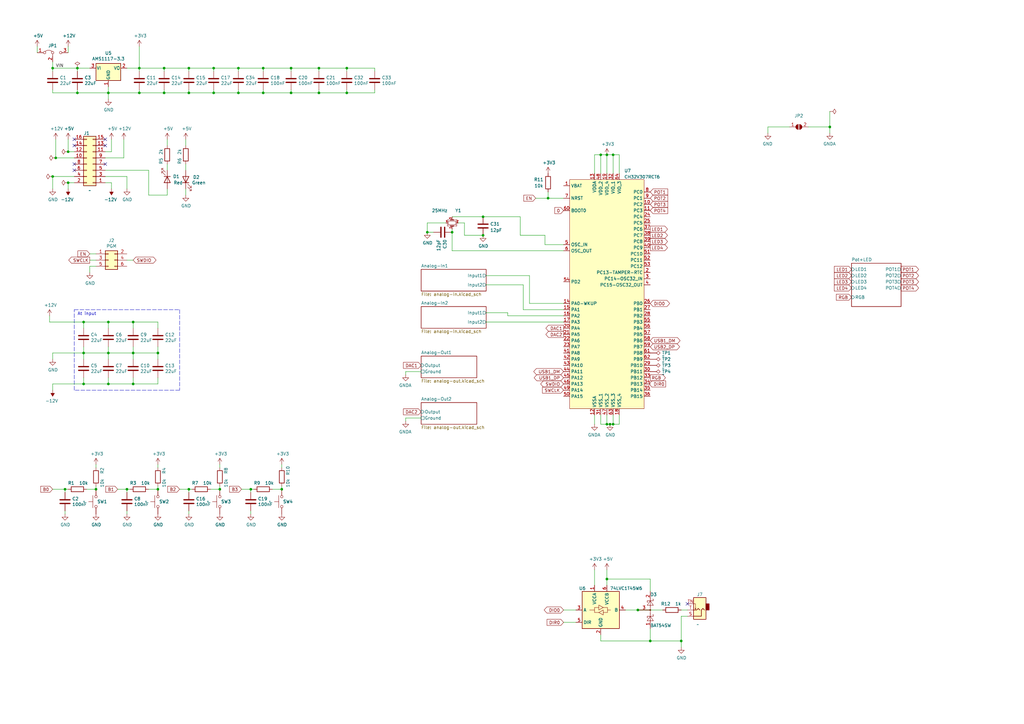
<source format=kicad_sch>
(kicad_sch (version 20211123) (generator eeschema)
  (paper "A3")
  (title_block (title "Demiurge-V") (date "2022-05-20") (rev "A") (company "Awesome Audio Apparatus") (comment 1 "aaa-v1"))
  (junction (at 31.75 38.1))
  (junction (at 54.61 132.08))
  (junction (at 107.95 27.94))
  (junction (at 198.12 88.9))
  (junction (at 34.29 144.78))
  (junction (at 67.31 27.94))
  (junction (at 57.15 27.94))
  (junction (at 248.92 173.99))
  (junction (at 39.37 200.66))
  (junction (at 67.31 38.1))
  (junction (at 102.87 200.66))
  (junction (at 21.59 72.39))
  (junction (at 224.79 81.28))
  (junction (at 107.95 38.1))
  (junction (at 64.77 144.78))
  (junction (at 77.47 27.94))
  (junction (at 248.92 63.5))
  (junction (at 119.38 27.94))
  (junction (at 21.59 27.94))
  (junction (at 130.81 27.94))
  (junction (at 97.79 27.94))
  (junction (at 27.94 74.93))
  (junction (at 266.7 262.89))
  (junction (at 279.4 262.89))
  (junction (at 119.38 38.1))
  (junction (at 44.45 132.08))
  (junction (at 248.92 237.49))
  (junction (at 251.46 173.99))
  (junction (at 250.19 173.99))
  (junction (at 198.12 96.52))
  (junction (at 246.38 63.5))
  (junction (at 130.81 38.1))
  (junction (at 54.61 157.48))
  (junction (at 340.36 52.07))
  (junction (at 64.77 200.66))
  (junction (at 77.47 200.66))
  (junction (at 87.63 27.94))
  (junction (at 31.75 27.94))
  (junction (at 185.42 95.25))
  (junction (at 44.45 157.48))
  (junction (at 34.29 132.08))
  (junction (at 27.94 62.23))
  (junction (at 115.57 200.66))
  (junction (at 251.46 63.5))
  (junction (at 142.24 27.94))
  (junction (at 90.17 200.66))
  (junction (at 44.45 38.1))
  (junction (at 52.07 200.66))
  (junction (at 22.86 64.77))
  (junction (at 261.62 250.19))
  (junction (at 44.45 144.78))
  (junction (at 26.67 200.66))
  (junction (at 57.15 38.1))
  (junction (at 77.47 38.1))
  (junction (at 142.24 38.1))
  (junction (at 87.63 38.1))
  (junction (at 54.61 144.78))
  (junction (at 34.29 157.48))
  (junction (at 175.26 95.25))
  (junction (at 97.79 38.1))
  (no_connect (at 43.18 59.69))
  (no_connect (at 30.48 57.15))
  (no_connect (at 30.48 67.31))
  (no_connect (at 281.94 247.65))
  (no_connect (at 30.48 69.85))
  (no_connect (at 30.48 59.69))
  (no_connect (at 43.18 67.31))
  (no_connect (at 43.18 57.15))
  (wire (pts (xy 246.38 262.89) (xy 266.7 262.89)))
  (wire (pts (xy 44.45 147.32) (xy 44.45 144.78)))
  (wire (pts (xy 39.37 200.66) (xy 39.37 199.39)))
  (wire (pts (xy 281.94 252.73) (xy 279.4 252.73)))
  (wire (pts (xy 266.7 237.49) (xy 248.92 237.49)))
  (wire (pts (xy 251.46 63.5) (xy 251.46 71.12)))
  (wire (pts (xy 214.63 116.84) (xy 214.63 127)))
  (wire (pts (xy 15.24 21.59) (xy 15.24 19.05)))
  (wire (pts (xy 208.28 128.27) (xy 208.28 129.54)))
  (wire (pts (xy 57.15 19.05) (xy 57.15 27.94)))
  (wire (pts (xy 246.38 170.18) (xy 246.38 173.99)))
  (wire (pts (xy 31.75 36.83) (xy 31.75 38.1)))
  (wire (pts (xy 43.18 69.85) (xy 60.96 69.85)))
  (wire (pts (xy 21.59 27.94) (xy 21.59 29.21)))
  (wire (pts (xy 44.45 38.1) (xy 57.15 38.1)))
  (wire (pts (xy 22.86 64.77) (xy 22.86 57.15)))
  (wire (pts (xy 57.15 38.1) (xy 57.15 36.83)))
  (wire (pts (xy 97.79 38.1) (xy 107.95 38.1)))
  (wire (pts (xy 64.77 200.66) (xy 60.96 200.66)))
  (wire (pts (xy 77.47 200.66) (xy 73.66 200.66)))
  (wire (pts (xy 130.81 36.83) (xy 130.81 38.1)))
  (wire (pts (xy 331.47 52.07) (xy 340.36 52.07)))
  (wire (pts (xy 175.26 91.44) (xy 175.26 95.25)))
  (wire (pts (xy 57.15 38.1) (xy 67.31 38.1)))
  (wire (pts (xy 43.18 72.39) (xy 52.07 72.39)))
  (wire (pts (xy 27.94 74.93) (xy 27.94 77.47)))
  (wire (pts (xy 21.59 160.02) (xy 21.59 157.48)))
  (wire (pts (xy 20.32 129.54) (xy 20.32 132.08)))
  (wire (pts (xy 34.29 134.62) (xy 34.29 132.08)))
  (wire (pts (xy 27.94 21.59) (xy 27.94 19.05)))
  (wire (pts (xy 39.37 109.22) (xy 36.83 109.22)))
  (wire (pts (xy 39.37 106.68) (xy 36.83 106.68)))
  (wire (pts (xy 187.96 91.44) (xy 190.5 91.44)))
  (wire (pts (xy 107.95 38.1) (xy 107.95 36.83)))
  (wire (pts (xy 199.39 113.03) (xy 217.17 113.03)))
  (wire (pts (xy 175.26 95.25) (xy 177.8 95.25)))
  (wire (pts (xy 223.52 96.52) (xy 213.36 96.52)))
  (wire (pts (xy 67.31 38.1) (xy 77.47 38.1)))
  (wire (pts (xy 115.57 200.66) (xy 111.76 200.66)))
  (wire (pts (xy 153.67 38.1) (xy 142.24 38.1)))
  (wire (pts (xy 185.42 95.25) (xy 185.42 102.87)))
  (wire (pts (xy 246.38 173.99) (xy 248.92 173.99)))
  (wire (pts (xy 199.39 128.27) (xy 208.28 128.27)))
  (wire (pts (xy 142.24 29.21) (xy 142.24 27.94)))
  (wire (pts (xy 246.38 260.35) (xy 246.38 262.89)))
  (wire (pts (xy 44.45 154.94) (xy 44.45 157.48)))
  (wire (pts (xy 90.17 190.5) (xy 90.17 191.77)))
  (wire (pts (xy 44.45 38.1) (xy 44.45 40.64)))
  (wire (pts (xy 231.14 250.19) (xy 236.22 250.19)))
  (wire (pts (xy 130.81 27.94) (xy 130.81 29.21)))
  (wire (pts (xy 261.62 250.19) (xy 271.78 250.19)))
  (wire (pts (xy 44.45 144.78) (xy 54.61 144.78)))
  (wire (pts (xy 52.07 72.39) (xy 52.07 77.47)))
  (wire (pts (xy 87.63 36.83) (xy 87.63 38.1)))
  (wire (pts (xy 87.63 38.1) (xy 97.79 38.1)))
  (wire (pts (xy 78.74 200.66) (xy 77.47 200.66)))
  (wire (pts (xy 217.17 124.46) (xy 231.14 124.46)))
  (wire (pts (xy 54.61 157.48) (xy 64.77 157.48)))
  (polyline (pts (xy 73.66 127) (xy 73.66 160.02)))
  (wire (pts (xy 104.14 200.66) (xy 102.87 200.66)))
  (wire (pts (xy 266.7 257.81) (xy 266.7 262.89)))
  (wire (pts (xy 246.38 71.12) (xy 246.38 63.5)))
  (wire (pts (xy 26.67 209.55) (xy 26.67 210.82)))
  (wire (pts (xy 76.2 77.47) (xy 76.2 80.01)))
  (wire (pts (xy 54.61 106.68) (xy 52.07 106.68)))
  (wire (pts (xy 97.79 27.94) (xy 107.95 27.94)))
  (wire (pts (xy 213.36 88.9) (xy 213.36 96.52)))
  (wire (pts (xy 34.29 154.94) (xy 34.29 157.48)))
  (wire (pts (xy 43.18 62.23) (xy 45.72 62.23)))
  (wire (pts (xy 44.45 134.62) (xy 44.45 132.08)))
  (wire (pts (xy 130.81 27.94) (xy 142.24 27.94)))
  (wire (pts (xy 254 71.12) (xy 254 63.5)))
  (wire (pts (xy 166.37 152.4) (xy 172.72 152.4)))
  (wire (pts (xy 198.12 88.9) (xy 213.36 88.9)))
  (wire (pts (xy 256.54 250.19) (xy 261.62 250.19)))
  (wire (pts (xy 36.83 109.22) (xy 36.83 111.76)))
  (wire (pts (xy 224.79 81.28) (xy 231.14 81.28)))
  (wire (pts (xy 21.59 72.39) (xy 21.59 77.47)))
  (wire (pts (xy 142.24 38.1) (xy 130.81 38.1)))
  (wire (pts (xy 166.37 153.67) (xy 166.37 152.4)))
  (wire (pts (xy 251.46 173.99) (xy 254 173.99)))
  (wire (pts (xy 279.4 250.19) (xy 281.94 250.19)))
  (wire (pts (xy 20.32 132.08) (xy 34.29 132.08)))
  (wire (pts (xy 60.96 69.85) (xy 60.96 80.01)))
  (wire (pts (xy 34.29 132.08) (xy 44.45 132.08)))
  (wire (pts (xy 266.7 237.49) (xy 266.7 242.57)))
  (wire (pts (xy 67.31 36.83) (xy 67.31 38.1)))
  (wire (pts (xy 57.15 27.94) (xy 57.15 29.21)))
  (wire (pts (xy 64.77 157.48) (xy 64.77 154.94)))
  (wire (pts (xy 60.96 80.01) (xy 68.58 80.01)))
  (wire (pts (xy 30.48 74.93) (xy 27.94 74.93)))
  (wire (pts (xy 248.92 173.99) (xy 250.19 173.99)))
  (wire (pts (xy 31.75 27.94) (xy 31.75 29.21)))
  (wire (pts (xy 64.77 190.5) (xy 64.77 191.77)))
  (wire (pts (xy 254 170.18) (xy 254 173.99)))
  (wire (pts (xy 54.61 132.08) (xy 64.77 132.08)))
  (wire (pts (xy 21.59 36.83) (xy 21.59 38.1)))
  (wire (pts (xy 77.47 27.94) (xy 87.63 27.94)))
  (wire (pts (xy 31.75 38.1) (xy 44.45 38.1)))
  (wire (pts (xy 77.47 29.21) (xy 77.47 27.94)))
  (wire (pts (xy 219.71 81.28) (xy 224.79 81.28)))
  (wire (pts (xy 314.96 52.07) (xy 314.96 54.61)))
  (wire (pts (xy 43.18 64.77) (xy 50.8 64.77)))
  (wire (pts (xy 26.67 200.66) (xy 26.67 201.93)))
  (wire (pts (xy 39.37 190.5) (xy 39.37 191.77)))
  (wire (pts (xy 36.83 104.14) (xy 39.37 104.14)))
  (wire (pts (xy 77.47 201.93) (xy 77.47 200.66)))
  (wire (pts (xy 21.59 38.1) (xy 31.75 38.1)))
  (wire (pts (xy 22.86 64.77) (xy 30.48 64.77)))
  (wire (pts (xy 45.72 62.23) (xy 45.72 57.15)))
  (wire (pts (xy 34.29 157.48) (xy 44.45 157.48)))
  (wire (pts (xy 190.5 96.52) (xy 198.12 96.52)))
  (wire (pts (xy 243.84 63.5) (xy 246.38 63.5)))
  (wire (pts (xy 175.26 91.44) (xy 182.88 91.44)))
  (wire (pts (xy 119.38 27.94) (xy 130.81 27.94)))
  (wire (pts (xy 64.77 144.78) (xy 64.77 142.24)))
  (wire (pts (xy 185.42 93.98) (xy 185.42 95.25)))
  (wire (pts (xy 248.92 170.18) (xy 248.92 173.99)))
  (wire (pts (xy 185.42 88.9) (xy 198.12 88.9)))
  (wire (pts (xy 76.2 69.85) (xy 76.2 67.31)))
  (wire (pts (xy 254 63.5) (xy 251.46 63.5)))
  (wire (pts (xy 44.45 157.48) (xy 54.61 157.48)))
  (wire (pts (xy 34.29 144.78) (xy 44.45 144.78)))
  (wire (pts (xy 27.94 200.66) (xy 26.67 200.66)))
  (wire (pts (xy 166.37 171.45) (xy 172.72 171.45)))
  (wire (pts (xy 119.38 38.1) (xy 107.95 38.1)))
  (wire (pts (xy 54.61 142.24) (xy 54.61 144.78)))
  (wire (pts (xy 199.39 116.84) (xy 214.63 116.84)))
  (wire (pts (xy 77.47 36.83) (xy 77.47 38.1)))
  (wire (pts (xy 102.87 209.55) (xy 102.87 210.82)))
  (polyline (pts (xy 30.48 160.02) (xy 30.48 127)))
  (wire (pts (xy 54.61 134.62) (xy 54.61 132.08)))
  (wire (pts (xy 27.94 62.23) (xy 27.94 57.15)))
  (wire (pts (xy 35.56 200.66) (xy 39.37 200.66)))
  (wire (pts (xy 31.75 27.94) (xy 21.59 27.94)))
  (wire (pts (xy 77.47 209.55) (xy 77.47 210.82)))
  (wire (pts (xy 217.17 113.03) (xy 217.17 124.46)))
  (wire (pts (xy 77.47 38.1) (xy 87.63 38.1)))
  (wire (pts (xy 248.92 63.5) (xy 248.92 71.12)))
  (wire (pts (xy 97.79 29.21) (xy 97.79 27.94)))
  (wire (pts (xy 87.63 27.94) (xy 97.79 27.94)))
  (wire (pts (xy 243.84 170.18) (xy 243.84 173.99)))
  (wire (pts (xy 21.59 27.94) (xy 21.59 25.4)))
  (wire (pts (xy 21.59 72.39) (xy 30.48 72.39)))
  (wire (pts (xy 54.61 147.32) (xy 54.61 144.78)))
  (wire (pts (xy 107.95 27.94) (xy 107.95 29.21)))
  (wire (pts (xy 279.4 262.89) (xy 279.4 265.43)))
  (wire (pts (xy 43.18 74.93) (xy 45.72 74.93)))
  (wire (pts (xy 50.8 64.77) (xy 50.8 57.15)))
  (wire (pts (xy 246.38 63.5) (xy 248.92 63.5)))
  (wire (pts (xy 52.07 200.66) (xy 48.26 200.66)))
  (wire (pts (xy 21.59 200.66) (xy 26.67 200.66)))
  (wire (pts (xy 52.07 201.93) (xy 52.07 200.66)))
  (wire (pts (xy 223.52 100.33) (xy 223.52 96.52)))
  (wire (pts (xy 64.77 132.08) (xy 64.77 134.62)))
  (wire (pts (xy 323.85 52.07) (xy 314.96 52.07)))
  (wire (pts (xy 68.58 57.15) (xy 68.58 59.69)))
  (wire (pts (xy 199.39 132.08) (xy 231.14 132.08)))
  (wire (pts (xy 208.28 129.54) (xy 231.14 129.54)))
  (wire (pts (xy 64.77 144.78) (xy 64.77 147.32)))
  (wire (pts (xy 130.81 38.1) (xy 119.38 38.1)))
  (wire (pts (xy 90.17 200.66) (xy 90.17 199.39)))
  (wire (pts (xy 53.34 200.66) (xy 52.07 200.66)))
  (wire (pts (xy 44.45 132.08) (xy 54.61 132.08)))
  (wire (pts (xy 166.37 172.72) (xy 166.37 171.45)))
  (wire (pts (xy 102.87 200.66) (xy 99.06 200.66)))
  (wire (pts (xy 86.36 200.66) (xy 90.17 200.66)))
  (wire (pts (xy 64.77 199.39) (xy 64.77 200.66)))
  (wire (pts (xy 243.84 233.68) (xy 243.84 240.03)))
  (wire (pts (xy 190.5 91.44) (xy 190.5 96.52)))
  (wire (pts (xy 231.14 255.27) (xy 236.22 255.27)))
  (wire (pts (xy 115.57 199.39) (xy 115.57 200.66)))
  (wire (pts (xy 115.57 190.5) (xy 115.57 191.77)))
  (wire (pts (xy 34.29 142.24) (xy 34.29 144.78)))
  (wire (pts (xy 231.14 100.33) (xy 223.52 100.33)))
  (wire (pts (xy 76.2 59.69) (xy 76.2 57.15)))
  (wire (pts (xy 67.31 29.21) (xy 67.31 27.94)))
  (wire (pts (xy 44.45 35.56) (xy 44.45 38.1)))
  (wire (pts (xy 34.29 147.32) (xy 34.29 144.78)))
  (wire (pts (xy 142.24 36.83) (xy 142.24 38.1)))
  (wire (pts (xy 248.92 233.68) (xy 248.92 237.49)))
  (wire (pts (xy 224.79 81.28) (xy 224.79 78.74)))
  (wire (pts (xy 251.46 170.18) (xy 251.46 173.99)))
  (wire (pts (xy 266.7 262.89) (xy 279.4 262.89)))
  (wire (pts (xy 102.87 201.93) (xy 102.87 200.66)))
  (wire (pts (xy 153.67 27.94) (xy 153.67 29.21)))
  (wire (pts (xy 250.19 173.99) (xy 251.46 173.99)))
  (wire (pts (xy 185.42 102.87) (xy 231.14 102.87)))
  (wire (pts (xy 21.59 157.48) (xy 34.29 157.48)))
  (wire (pts (xy 45.72 74.93) (xy 45.72 77.47)))
  (wire (pts (xy 248.92 237.49) (xy 248.92 240.03)))
  (wire (pts (xy 67.31 27.94) (xy 77.47 27.94)))
  (wire (pts (xy 30.48 62.23) (xy 27.94 62.23)))
  (wire (pts (xy 31.75 27.94) (xy 36.83 27.94)))
  (wire (pts (xy 52.07 209.55) (xy 52.07 210.82)))
  (wire (pts (xy 87.63 29.21) (xy 87.63 27.94)))
  (wire (pts (xy 21.59 144.78) (xy 34.29 144.78)))
  (wire (pts (xy 44.45 142.24) (xy 44.45 144.78)))
  (wire (pts (xy 54.61 154.94) (xy 54.61 157.48)))
  (wire (pts (xy 142.24 27.94) (xy 153.67 27.94)))
  (wire (pts (xy 107.95 27.94) (xy 119.38 27.94)))
  (wire (pts (xy 279.4 252.73) (xy 279.4 262.89)))
  (wire (pts (xy 119.38 36.83) (xy 119.38 38.1)))
  (wire (pts (xy 97.79 36.83) (xy 97.79 38.1)))
  (polyline (pts (xy 73.66 160.02) (xy 30.48 160.02)))
  (wire (pts (xy 153.67 36.83) (xy 153.67 38.1)))
  (wire (pts (xy 243.84 71.12) (xy 243.84 63.5)))
  (wire (pts (xy 248.92 63.5) (xy 251.46 63.5)))
  (wire (pts (xy 54.61 144.78) (xy 64.77 144.78)))
  (wire (pts (xy 119.38 29.21) (xy 119.38 27.94)))
  (wire (pts (xy 68.58 69.85) (xy 68.58 67.31)))
  (wire (pts (xy 68.58 80.01) (xy 68.58 77.47)))
  (wire (pts (xy 340.36 45.72) (xy 340.36 52.07)))
  (polyline (pts (xy 30.48 127) (xy 73.66 127)))
  (wire (pts (xy 52.07 27.94) (xy 57.15 27.94)))
  (wire (pts (xy 57.15 27.94) (xy 67.31 27.94)))
  (wire (pts (xy 21.59 147.32) (xy 21.59 144.78)))
  (wire (pts (xy 340.36 52.07) (xy 340.36 54.61)))
  (wire (pts (xy 214.63 127) (xy 231.14 127)))
  (text "At input" (at 31.75 129.54 0) (effects (font (size 1.27 1.27)) (justify left bottom)))
  (label "VIN" (at 22.86 27.94 0))
  (global_label "B1" (shape input) (at 48.26 200.66 180) (property "Intersheet References" "${INTERSHEET_REFS}" (effects hide)))
  (global_label "DIR0" (shape output) (at 273.05 157.48 180) (property "Intersheet References" "${INTERSHEET_REFS}" (effects hide)))
  (global_label "EN" (shape input) (at 219.71 81.28 180) (property "Intersheet References" "${INTERSHEET_REFS}" (effects hide)))
  (global_label "DIR0" (shape input) (at 231.14 255.27 180) (property "Intersheet References" "${INTERSHEET_REFS}" (effects hide)))
  (global_label "EN" (shape input) (at 36.83 104.14 180) (property "Intersheet References" "${INTERSHEET_REFS}" (effects hide)))
  (global_label "POT3" (shape input) (at 266.7 83.82 0) (property "Intersheet References" "${INTERSHEET_REFS}" (effects hide)))
  (global_label "POT4" (shape output) (at 369.57 118.11 0) (property "Intersheet References" "${INTERSHEET_REFS}" (effects hide)))
  (global_label "POT2" (shape input) (at 266.7 81.28 0) (property "Intersheet References" "${INTERSHEET_REFS}" (effects hide)))
  (global_label "POT1" (shape input) (at 266.7 78.74 0) (property "Intersheet References" "${INTERSHEET_REFS}" (effects hide)))
  (global_label "RGB" (shape input) (at 349.25 121.92 180) (property "Intersheet References" "${INTERSHEET_REFS}" (effects hide)))
  (global_label "USB2_DP" (shape bidirectional) (at 266.7 142.24 0) (property "Intersheet References" "${INTERSHEET_REFS}" (effects hide)))
  (global_label "DAC1" (shape output) (at 231.14 134.62 180) (property "Intersheet References" "${INTERSHEET_REFS}" (effects hide)))
  (global_label "LED1" (shape output) (at 266.7 93.98 0) (property "Intersheet References" "${INTERSHEET_REFS}" (effects hide)))
  (global_label "USB1_DM" (shape bidirectional) (at 231.14 152.4 180) (property "Intersheet References" "${INTERSHEET_REFS}" (effects hide)))
  (global_label "SWDIO" (shape bidirectional) (at 54.61 106.68 0) (property "Intersheet References" "${INTERSHEET_REFS}" (effects hide)))
  (global_label "SWCLK" (shape output) (at 36.83 106.68 180) (property "Intersheet References" "${INTERSHEET_REFS}" (effects hide)))
  (global_label "SWCLK" (shape input) (at 231.14 160.02 180) (property "Intersheet References" "${INTERSHEET_REFS}" (effects hide)))
  (global_label "B3" (shape input) (at 99.06 200.66 180) (property "Intersheet References" "${INTERSHEET_REFS}" (effects hide)))
  (global_label "B0" (shape input) (at 21.59 200.66 180) (property "Intersheet References" "${INTERSHEET_REFS}" (effects hide)))
  (global_label "LED3" (shape output) (at 266.7 99.06 0) (property "Intersheet References" "${INTERSHEET_REFS}" (effects hide)))
  (global_label "LED4" (shape input) (at 349.25 118.11 180) (property "Intersheet References" "${INTERSHEET_REFS}" (effects hide)))
  (global_label "USB1_DP" (shape bidirectional) (at 231.14 154.94 180) (property "Intersheet References" "${INTERSHEET_REFS}" (effects hide)))
  (global_label "DAC1" (shape input) (at 172.72 149.86 180) (property "Intersheet References" "${INTERSHEET_REFS}" (effects hide)))
  (global_label "0" (shape input) (at 231.14 86.36 180) (property "Intersheet References" "${INTERSHEET_REFS}" (effects hide)))
  (global_label "LED1" (shape input) (at 349.25 110.49 180) (property "Intersheet References" "${INTERSHEET_REFS}" (effects hide)))
  (global_label "DIO0" (shape bidirectional) (at 231.14 250.19 180) (property "Intersheet References" "${INTERSHEET_REFS}" (effects hide)))
  (global_label "SWDIO" (shape bidirectional) (at 231.14 157.48 180) (property "Intersheet References" "${INTERSHEET_REFS}" (effects hide)))
  (global_label "LED2" (shape input) (at 349.25 113.03 180) (property "Intersheet References" "${INTERSHEET_REFS}" (effects hide)))
  (global_label "POT4" (shape input) (at 266.7 86.36 0) (property "Intersheet References" "${INTERSHEET_REFS}" (effects hide)))
  (global_label "LED3" (shape input) (at 349.25 115.57 180) (property "Intersheet References" "${INTERSHEET_REFS}" (effects hide)))
  (global_label "RGB" (shape output) (at 266.7 154.94 0) (property "Intersheet References" "${INTERSHEET_REFS}" (effects hide)))
  (global_label "POT1" (shape output) (at 369.57 110.49 0) (property "Intersheet References" "${INTERSHEET_REFS}" (effects hide)))
  (global_label "POT2" (shape output) (at 369.57 113.03 0) (property "Intersheet References" "${INTERSHEET_REFS}" (effects hide)))
  (global_label "DAC2" (shape output) (at 231.14 137.16 180) (property "Intersheet References" "${INTERSHEET_REFS}" (effects hide)))
  (global_label "DAC2" (shape input) (at 172.72 168.91 180) (property "Intersheet References" "${INTERSHEET_REFS}" (effects hide)))
  (global_label "POT3" (shape output) (at 369.57 115.57 0) (property "Intersheet References" "${INTERSHEET_REFS}" (effects hide)))
  (global_label "DIO0" (shape bidirectional) (at 266.7 124.46 0) (property "Intersheet References" "${INTERSHEET_REFS}" (effects hide)))
  (global_label "LED4" (shape output) (at 266.7 101.6 0) (property "Intersheet References" "${INTERSHEET_REFS}" (effects hide)))
  (global_label "LED2" (shape output) (at 266.7 96.52 0) (property "Intersheet References" "${INTERSHEET_REFS}" (effects hide)))
  (global_label "USB1_DM" (shape bidirectional) (at 266.7 139.7 0) (property "Intersheet References" "${INTERSHEET_REFS}" (effects hide)))
  (global_label "B2" (shape input) (at 73.66 200.66 180) (property "Intersheet References" "${INTERSHEET_REFS}" (effects hide)))
  (symbol (lib_id "Connector_Generic:Conn_02x08_Odd_Even") (at 38.1 67.31 180) (unit 1)
    (property "Reference" "J1" (at 35.56 54.61 0))
    (property "Value" "~" (at 36.83 78.1304 0))
    (property "Footprint" "Connector_PinHeader_2.54mm:PinHeader_2x08_P2.54mm_Vertical" (effects hide))
  )
  (symbol (lib_id "Regulator_Linear:AMS1117-3.3") (at 44.45 27.94 0) (unit 1)
    (property "Reference" "U5" (at 44.45 21.7932 0))
    (property "Value" "AMS1117-3.3" (at 44.45 24.1046 0))
    (property "Footprint" "Package_TO_SOT_SMD:SOT-223-3_TabPin2" (effects hide))
    (property "Datasheet" "http://www.advanced-monolithic.com/pdf/ds1117.pdf" (effects hide))
    (property "LCSC" "C6186" (effects hide))
  )
  (symbol (lib_id "power:GND") (at 44.45 40.64 0) (unit 1)
    (property "Reference" "#PWR014" (effects hide))
    (property "Value" "GND" (at 44.577 45.0342 0))
  )
  (symbol (lib_id "power:+3V3") (at 57.15 19.05 0) (unit 1)
    (property "Reference" "#PWR020" (effects hide))
    (property "Value" "+3V3" (at 57.531 14.6558 0))
  )
  (symbol (lib_id "Device:C") (at 107.95 33.02 0) (unit 1)
    (property "Reference" "C18" (at 110.871 31.8516 0) (effects (justify left)))
    (property "Value" "100nF" (at 110.871 34.163 0) (effects (justify left)))
    (property "Footprint" "Capacitor_SMD:C_0603_1608Metric" (effects hide))
    (property "LCSC" "C14663" (effects hide))
  )
  (symbol (lib_id "Device:LED") (at 76.2 73.66 90) (unit 1)
    (property "Reference" "D2" (at 79.1718 72.6694 90) (effects (justify right)))
    (property "Value" "Green" (at 78.74 74.93 90) (effects (justify right)))
    (property "Footprint" "LED_SMD:LED_0603_1608Metric" (effects hide))
    (property "LCSC" "C72043" (effects hide))
  )
  (symbol (lib_id "Switch:SW_Push") (at 39.37 205.74 90) (unit 1)
    (property "Reference" "SW1" (at 41.91 205.74 90))
    (property "Value" "~" (at 34.4424 205.74 0))
    (property "Footprint" "Button_Switch_THT:SW_PUSH_6mm_H8mm" (effects hide))
  )
  (symbol (lib_id "Switch:SW_Push") (at 64.77 205.74 90) (unit 1)
    (property "Reference" "SW2" (at 67.31 205.74 90))
    (property "Value" "~" (at 59.8424 205.74 0))
    (property "Footprint" "Button_Switch_THT:SW_PUSH_6mm_H8mm" (effects hide))
  )
  (symbol (lib_id "Switch:SW_Push") (at 90.17 205.74 90) (unit 1)
    (property "Reference" "SW3" (at 92.71 205.74 90))
    (property "Value" "~" (at 85.2424 205.74 0))
    (property "Footprint" "Button_Switch_THT:SW_PUSH_6mm_H8mm" (effects hide))
  )
  (symbol (lib_id "Switch:SW_Push") (at 115.57 205.74 90) (unit 1)
    (property "Reference" "SW4" (at 118.11 205.74 90))
    (property "Value" "~" (at 110.6424 205.74 0))
    (property "Footprint" "Button_Switch_THT:SW_PUSH_6mm_H8mm" (effects hide))
  )
  (symbol (lib_id "Device:C") (at 26.67 205.74 0) (unit 1)
    (property "Reference" "C2" (at 29.591 204.5716 0) (effects (justify left)))
    (property "Value" "100nF" (at 29.591 206.883 0) (effects (justify left)))
    (property "Footprint" "Capacitor_SMD:C_0603_1608Metric" (effects hide))
    (property "LCSC" "C14663" (effects hide))
  )
  (symbol (lib_id "Device:R") (at 31.75 200.66 270) (unit 1)
    (property "Reference" "R1" (at 29.21 198.12 90))
    (property "Value" "10k" (at 34.29 198.12 90))
    (property "Footprint" "Resistor_SMD:R_0603_1608Metric" (effects hide))
    (property "LCSC" "C25804" (effects hide))
  )
  (symbol (lib_id "Device:R") (at 39.37 195.58 180) (unit 1)
    (property "Reference" "R2" (at 41.91 193.04 90))
    (property "Value" "10k" (at 41.91 198.12 90))
    (property "Footprint" "Resistor_SMD:R_0603_1608Metric" (effects hide))
    (property "LCSC" "C25804" (effects hide))
  )
  (symbol (lib_id "power:+3V3") (at 39.37 190.5 0) (unit 1)
    (property "Reference" "#PWR012" (effects hide))
    (property "Value" "+3V3" (at 39.751 186.1058 0))
  )
  (symbol (lib_id "power:GND") (at 26.67 210.82 0) (unit 1)
    (property "Reference" "#PWR07" (effects hide))
    (property "Value" "GND" (at 26.797 215.2142 0))
  )
  (symbol (lib_id "power:GND") (at 39.37 210.82 0) (unit 1)
    (property "Reference" "#PWR013" (effects hide))
    (property "Value" "GND" (at 39.497 215.2142 0))
  )
  (symbol (lib_id "Device:R") (at 64.77 195.58 180) (unit 1)
    (property "Reference" "R4" (at 67.31 193.04 90))
    (property "Value" "10k" (at 67.31 198.12 90))
    (property "Footprint" "Resistor_SMD:R_0603_1608Metric" (effects hide))
    (property "LCSC" "C25804" (effects hide))
  )
  (symbol (lib_id "power:+3V3") (at 64.77 190.5 0) (unit 1)
    (property "Reference" "#PWR021" (effects hide))
    (property "Value" "+3V3" (at 65.151 186.1058 0))
  )
  (symbol (lib_id "Device:R") (at 57.15 200.66 270) (unit 1)
    (property "Reference" "R3" (at 54.61 198.12 90))
    (property "Value" "10k" (at 59.69 198.12 90))
    (property "Footprint" "Resistor_SMD:R_0603_1608Metric" (effects hide))
    (property "LCSC" "C25804" (effects hide))
  )
  (symbol (lib_id "Device:C") (at 52.07 205.74 0) (unit 1)
    (property "Reference" "C8" (at 54.991 204.5716 0) (effects (justify left)))
    (property "Value" "100nF" (at 54.991 206.883 0) (effects (justify left)))
    (property "Footprint" "Capacitor_SMD:C_0603_1608Metric" (effects hide))
    (property "LCSC" "C14663" (effects hide))
  )
  (symbol (lib_id "power:GND") (at 52.07 210.82 0) (unit 1)
    (property "Reference" "#PWR019" (effects hide))
    (property "Value" "GND" (at 52.197 215.2142 0))
  )
  (symbol (lib_id "power:GND") (at 64.77 210.82 0) (unit 1)
    (property "Reference" "#PWR022" (effects hide))
    (property "Value" "GND" (at 64.897 215.2142 0))
  )
  (symbol (lib_id "Device:R") (at 90.17 195.58 180) (unit 1)
    (property "Reference" "R8" (at 92.71 193.04 90))
    (property "Value" "10k" (at 92.71 198.12 90))
    (property "Footprint" "Resistor_SMD:R_0603_1608Metric" (effects hide))
    (property "LCSC" "C25804" (effects hide))
  )
  (symbol (lib_id "Device:R") (at 82.55 200.66 270) (unit 1)
    (property "Reference" "R7" (at 80.01 198.12 90))
    (property "Value" "10k" (at 85.09 198.12 90))
    (property "Footprint" "Resistor_SMD:R_0603_1608Metric" (effects hide))
    (property "LCSC" "C25804" (effects hide))
  )
  (symbol (lib_id "Device:C") (at 77.47 205.74 0) (unit 1)
    (property "Reference" "C16" (at 80.391 204.5716 0) (effects (justify left)))
    (property "Value" "100nF" (at 80.391 206.883 0) (effects (justify left)))
    (property "Footprint" "Capacitor_SMD:C_0603_1608Metric" (effects hide))
    (property "LCSC" "C14663" (effects hide))
  )
  (symbol (lib_id "power:GND") (at 90.17 210.82 0) (unit 1)
    (property "Reference" "#PWR028" (effects hide))
    (property "Value" "GND" (at 90.297 215.2142 0))
  )
  (symbol (lib_id "power:GND") (at 77.47 210.82 0) (unit 1)
    (property "Reference" "#PWR026" (effects hide))
    (property "Value" "GND" (at 77.597 215.2142 0))
  )
  (symbol (lib_id "power:+3V3") (at 90.17 190.5 0) (unit 1)
    (property "Reference" "#PWR027" (effects hide))
    (property "Value" "+3V3" (at 90.551 186.1058 0))
  )
  (symbol (lib_id "Device:R") (at 115.57 195.58 180) (unit 1)
    (property "Reference" "R10" (at 118.11 193.04 90))
    (property "Value" "10k" (at 118.11 198.12 90))
    (property "Footprint" "Resistor_SMD:R_0603_1608Metric" (effects hide))
    (property "LCSC" "C25804" (effects hide))
  )
  (symbol (lib_id "Device:R") (at 107.95 200.66 270) (unit 1)
    (property "Reference" "R9" (at 105.41 198.12 90))
    (property "Value" "10k" (at 110.49 198.12 90))
    (property "Footprint" "Resistor_SMD:R_0603_1608Metric" (effects hide))
    (property "LCSC" "C25804" (effects hide))
  )
  (symbol (lib_id "Device:C") (at 102.87 205.74 0) (unit 1)
    (property "Reference" "C19" (at 105.791 204.5716 0) (effects (justify left)))
    (property "Value" "100nF" (at 105.791 206.883 0) (effects (justify left)))
    (property "Footprint" "Capacitor_SMD:C_0603_1608Metric" (effects hide))
    (property "LCSC" "C14663" (effects hide))
  )
  (symbol (lib_id "power:GND") (at 115.57 210.82 0) (unit 1)
    (property "Reference" "#PWR031" (effects hide))
    (property "Value" "GND" (at 115.697 215.2142 0))
  )
  (symbol (lib_id "power:GND") (at 102.87 210.82 0) (unit 1)
    (property "Reference" "#PWR029" (effects hide))
    (property "Value" "GND" (at 102.997 215.2142 0))
  )
  (symbol (lib_id "power:+3V3") (at 115.57 190.5 0) (unit 1)
    (property "Reference" "#PWR030" (effects hide))
    (property "Value" "+3V3" (at 115.951 186.1058 0))
  )
  (symbol (lib_id "Connector:AudioJack2_SwitchT") (at 287.02 250.19 180) (unit 1)
    (property "Reference" "J7" (at 287.02 243.84 0))
    (property "Value" "~" (at 286.2072 256.1336 0))
    (property "Footprint" "aaa:PJ301M-12" (effects hide))
  )
  (symbol (lib_id "power:GND") (at 314.96 54.61 0) (mirror y) (unit 1)
    (property "Reference" "#PWR041" (effects hide))
    (property "Value" "GND" (at 314.833 59.0042 0))
  )
  (symbol (lib_id "power:GNDA") (at 340.36 54.61 0) (mirror y) (unit 1)
    (property "Reference" "#PWR042" (effects hide))
    (property "Value" "GNDA" (at 340.233 59.0042 0))
  )
  (symbol (lib_id "Device:R") (at 224.79 74.93 0) (unit 1)
    (property "Reference" "R11" (at 220.98 73.66 0))
    (property "Value" "10k" (at 220.98 76.2 0))
    (property "Footprint" "Resistor_SMD:R_0603_1608Metric" (effects hide))
    (property "LCSC" "C25804" (effects hide))
  )
  (symbol (lib_id "Device:R") (at 76.2 63.5 0) (unit 1)
    (property "Reference" "R6" (at 73.66 66.04 90))
    (property "Value" "2k" (at 73.66 62.23 90))
    (property "Footprint" "Resistor_SMD:R_0603_1608Metric" (effects hide))
    (property "LCSC" "C22975" (effects hide))
  )
  (symbol (lib_id "Device:R") (at 68.58 63.5 0) (unit 1)
    (property "Reference" "R5" (at 66.04 66.04 90))
    (property "Value" "2k" (at 66.04 62.23 90))
    (property "Footprint" "Resistor_SMD:R_0603_1608Metric" (effects hide))
    (property "LCSC" "C22975" (effects hide))
  )
  (symbol (lib_id "power:-12V") (at 27.94 77.47 180) (unit 1)
    (property "Reference" "#PWR010" (effects hide))
    (property "Value" "-12V" (at 27.559 81.8642 0))
  )
  (symbol (lib_id "power:-12V") (at 45.72 77.47 180) (unit 1)
    (property "Reference" "#PWR016" (effects hide))
    (property "Value" "-12V" (at 45.339 81.8642 0))
  )
  (symbol (lib_id "power:GND") (at 21.59 77.47 0) (unit 1)
    (property "Reference" "#PWR03" (effects hide))
    (property "Value" "GND" (at 21.717 81.8642 0))
  )
  (symbol (lib_id "power:GND") (at 52.07 77.47 0) (unit 1)
    (property "Reference" "#PWR018" (effects hide))
    (property "Value" "GND" (at 52.197 81.8642 0))
  )
  (symbol (lib_id "power:+5V") (at 27.94 57.15 0) (unit 1)
    (property "Reference" "#PWR09" (effects hide))
    (property "Value" "+5V" (at 28.321 52.7558 0))
  )
  (symbol (lib_id "power:+5V") (at 45.72 57.15 0) (unit 1)
    (property "Reference" "#PWR015" (effects hide))
    (property "Value" "+5V" (at 46.101 52.7558 0))
  )
  (symbol (lib_id "power:+12V") (at 22.86 57.15 0) (unit 1)
    (property "Reference" "#PWR06" (effects hide))
    (property "Value" "+12V" (at 23.241 52.7558 0))
  )
  (symbol (lib_id "power:+12V") (at 50.8 57.15 0) (unit 1)
    (property "Reference" "#PWR017" (effects hide))
    (property "Value" "+12V" (at 51.181 52.7558 0))
  )
  (symbol (lib_id "Device:LED") (at 68.58 73.66 270) (unit 1)
    (property "Reference" "D1" (at 73.66 72.39 90) (effects (justify right)))
    (property "Value" "Red" (at 74.93 74.93 90) (effects (justify right)))
    (property "Footprint" "LED_SMD:LED_0603_1608Metric" (effects hide))
    (property "LCSC" "C2286" (effects hide))
  )
  (symbol (lib_id "power:+5V") (at 15.24 19.05 0) (unit 1)
    (property "Reference" "#PWR01" (effects hide))
    (property "Value" "+5V" (at 15.621 14.6558 0))
  )
  (symbol (lib_id "power:+5V") (at 76.2 57.15 0) (unit 1)
    (property "Reference" "#PWR024" (effects hide))
    (property "Value" "+5V" (at 76.581 52.7558 0))
  )
  (symbol (lib_id "power:GND") (at 76.2 80.01 0) (unit 1)
    (property "Reference" "#PWR025" (effects hide))
    (property "Value" "GND" (at 76.327 84.4042 0))
  )
  (symbol (lib_id "power:+5V") (at 68.58 57.15 0) (unit 1)
    (property "Reference" "#PWR023" (effects hide))
    (property "Value" "+5V" (at 68.961 52.7558 0))
  )
  (symbol (lib_id "Jumper:Jumper_3_Bridged12") (at 21.59 21.59 0) (unit 1)
    (property "Reference" "JP1" (at 21.59 18.7198 0))
    (property "Value" "~" (at 21.59 18.7198 0))
    (property "Footprint" "Jumper:SolderJumper-3_P1.3mm_Bridged12_Pad1.0x1.5mm" (effects hide))
  )
  (symbol (lib_id "power:+12V") (at 27.94 19.05 0) (unit 1)
    (property "Reference" "#PWR08" (effects hide))
    (property "Value" "+12V" (at 28.321 14.6558 0))
  )
  (symbol (lib_id "Connector:TestPoint_Alt") (at 266.7 149.86 270) (unit 1)
    (property "Reference" "TP3" (at 271.4752 149.86 90) (effects (justify left)))
    (property "Value" "~" (at 271.4752 151.003 90) (effects (justify left)))
    (property "Footprint" "aaa:TestPoint_THTPad_1.0x1.0mm_Drill0.6mm" (effects hide))
  )
  (symbol (lib_id "power:+3V3") (at 243.84 233.68 0) (unit 1)
    (property "Reference" "#PWR036" (effects hide))
    (property "Value" "+3V3" (at 244.221 229.2858 0))
  )
  (symbol (lib_id "power:GND") (at 279.4 265.43 0) (unit 1)
    (property "Reference" "#PWR040" (effects hide))
    (property "Value" "GND" (at 279.527 269.8242 0))
  )
  (symbol (lib_id "Device:C") (at 77.47 33.02 0) (unit 1)
    (property "Reference" "C15" (at 80.391 31.8516 0) (effects (justify left)))
    (property "Value" "22uF" (at 80.391 34.163 0) (effects (justify left)))
    (property "Footprint" "Capacitor_SMD:C_0805_2012Metric" (effects hide))
    (property "LCSC" "C45783" (effects hide))
  )
  (symbol (lib_id "Device:C") (at 87.63 33.02 0) (unit 1)
    (property "Reference" "C17" (at 90.551 31.8516 0) (effects (justify left)))
    (property "Value" "22uF" (at 90.551 34.163 0) (effects (justify left)))
    (property "Footprint" "Capacitor_SMD:C_0805_2012Metric" (effects hide))
    (property "LCSC" "C45783" (effects hide))
  )
  (symbol (lib_id "power:+5V") (at 248.92 233.68 0) (unit 1)
    (property "Reference" "#PWR038" (effects hide))
    (property "Value" "+5V" (at 249.301 229.2858 0))
  )
  (symbol (lib_id "power:GND") (at 250.19 173.99 0) (unit 1)
    (property "Reference" "#PWR039" (effects hide))
    (property "Value" "GND" (at 250.317 178.3842 0))
  )
  (symbol (lib_id "Device:C") (at 44.45 138.43 0) (unit 1)
    (property "Reference" "C6" (at 47.371 137.2616 0) (effects (justify left)))
    (property "Value" "22uF" (at 47.371 139.573 0) (effects (justify left)))
    (property "Footprint" "Capacitor_SMD:C_0805_2012Metric" (effects hide))
    (property "LCSC" "C45783" (effects hide))
  )
  (symbol (lib_id "Device:C") (at 54.61 138.43 0) (unit 1)
    (property "Reference" "C9" (at 57.531 137.2616 0) (effects (justify left)))
    (property "Value" "22uF" (at 57.531 139.573 0) (effects (justify left)))
    (property "Footprint" "Capacitor_SMD:C_0805_2012Metric" (effects hide))
    (property "LCSC" "C45783" (effects hide))
  )
  (symbol (lib_id "Device:C") (at 64.77 138.43 0) (unit 1)
    (property "Reference" "C12" (at 67.691 137.2616 0) (effects (justify left)))
    (property "Value" "22uF" (at 67.691 139.573 0) (effects (justify left)))
    (property "Footprint" "Capacitor_SMD:C_0805_2012Metric" (effects hide))
    (property "LCSC" "C45783" (effects hide))
  )
  (symbol (lib_id "Device:C") (at 44.45 151.13 0) (unit 1)
    (property "Reference" "C7" (at 47.371 149.9616 0) (effects (justify left)))
    (property "Value" "22uF" (at 47.371 152.273 0) (effects (justify left)))
    (property "Footprint" "Capacitor_SMD:C_0805_2012Metric" (effects hide))
    (property "LCSC" "C45783" (effects hide))
  )
  (symbol (lib_id "Device:C") (at 34.29 138.43 0) (unit 1)
    (property "Reference" "C4" (at 37.211 137.2616 0) (effects (justify left)))
    (property "Value" "22uF" (at 37.211 139.573 0) (effects (justify left)))
    (property "Footprint" "Capacitor_SMD:C_0805_2012Metric" (effects hide))
    (property "LCSC" "C45783" (effects hide))
  )
  (symbol (lib_id "Device:C") (at 34.29 151.13 0) (unit 1)
    (property "Reference" "C5" (at 37.211 149.9616 0) (effects (justify left)))
    (property "Value" "22uF" (at 37.211 152.273 0) (effects (justify left)))
    (property "Footprint" "Capacitor_SMD:C_0805_2012Metric" (effects hide))
    (property "LCSC" "C45783" (effects hide))
  )
  (symbol (lib_id "Device:C") (at 54.61 151.13 0) (unit 1)
    (property "Reference" "C10" (at 57.531 149.9616 0) (effects (justify left)))
    (property "Value" "22uF" (at 57.531 152.273 0) (effects (justify left)))
    (property "Footprint" "Capacitor_SMD:C_0805_2012Metric" (effects hide))
    (property "LCSC" "C45783" (effects hide))
  )
  (symbol (lib_id "Device:C") (at 64.77 151.13 0) (unit 1)
    (property "Reference" "C13" (at 67.691 149.9616 0) (effects (justify left)))
    (property "Value" "22uF" (at 67.691 152.273 0) (effects (justify left)))
    (property "Footprint" "Capacitor_SMD:C_0805_2012Metric" (effects hide))
    (property "LCSC" "C45783" (effects hide))
  )
  (symbol (lib_id "power:+12V") (at 20.32 129.54 0) (unit 1)
    (property "Reference" "#PWR02" (effects hide))
    (property "Value" "+12V" (at 20.701 125.1458 0))
  )
  (symbol (lib_id "power:GND") (at 21.59 147.32 0) (unit 1)
    (property "Reference" "#PWR04" (effects hide))
    (property "Value" "GND" (at 21.717 151.7142 0))
  )
  (symbol (lib_id "power:-12V") (at 21.59 160.02 180) (unit 1)
    (property "Reference" "#PWR05" (effects hide))
    (property "Value" "-12V" (at 21.209 164.4142 0))
  )
  (symbol (lib_id "Connector_Generic:Conn_02x03_Odd_Even") (at 44.45 106.68 0) (unit 1)
    (property "Reference" "J2" (at 45.72 98.6282 0))
    (property "Value" "PGM" (at 45.72 100.9396 0))
    (property "Footprint" "Connector_PinHeader_2.54mm:PinHeader_2x03_P2.54mm_Vertical" (effects hide))
  )
  (symbol (lib_id "power:GND") (at 36.83 111.76 0) (unit 1)
    (property "Reference" "#PWR011" (effects hide))
    (property "Value" "GND" (at 36.957 116.1542 0))
  )
  (symbol (lib_id "Device:R") (at 275.59 250.19 270) (unit 1)
    (property "Reference" "R12" (at 273.05 247.65 90))
    (property "Value" "1k" (at 278.13 247.65 90))
    (property "Footprint" "Resistor_SMD:R_0603_1608Metric" (effects hide))
    (property "LCSC" "C21190" (effects hide))
  )
  (symbol (lib_id "Device:C") (at 21.59 33.02 0) (unit 1)
    (property "Reference" "C1" (at 24.511 31.8516 0) (effects (justify left)))
    (property "Value" "22uF" (at 24.511 34.163 0) (effects (justify left)))
    (property "Footprint" "Capacitor_SMD:C_0805_2012Metric" (effects hide))
    (property "LCSC" "C45783" (effects hide))
  )
  (symbol (lib_id "Device:C") (at 31.75 33.02 0) (unit 1)
    (property "Reference" "C3" (at 34.671 31.8516 0) (effects (justify left)))
    (property "Value" "22uF" (at 34.671 34.163 0) (effects (justify left)))
    (property "Footprint" "Capacitor_SMD:C_0805_2012Metric" (effects hide))
    (property "LCSC" "C45783" (effects hide))
  )
  (symbol (lib_id "Device:C") (at 57.15 33.02 0) (unit 1)
    (property "Reference" "C11" (at 60.071 31.8516 0) (effects (justify left)))
    (property "Value" "22uF" (at 60.071 34.163 0) (effects (justify left)))
    (property "Footprint" "Capacitor_SMD:C_0805_2012Metric" (effects hide))
    (property "LCSC" "C45783" (effects hide))
  )
  (symbol (lib_id "Device:C") (at 67.31 33.02 0) (unit 1)
    (property "Reference" "C14" (at 70.231 31.8516 0) (effects (justify left)))
    (property "Value" "22uF" (at 70.231 34.163 0) (effects (justify left)))
    (property "Footprint" "Capacitor_SMD:C_0805_2012Metric" (effects hide))
    (property "LCSC" "C45783" (effects hide))
  )
  (symbol (lib_id "power:PWR_FLAG") (at 27.94 62.23 90) (unit 1)
    (property "Reference" "#FLG03" (effects hide))
    (property "Value" "PWR_FLAG" (effects hide))
  )
  (symbol (lib_id "power:PWR_FLAG") (at 22.86 64.77 90) (unit 1)
    (property "Reference" "#FLG02" (effects hide))
    (property "Value" "PWR_FLAG" (effects hide))
  )
  (symbol (lib_id "power:PWR_FLAG") (at 27.94 74.93 90) (unit 1)
    (property "Reference" "#FLG04" (effects hide))
    (property "Value" "PWR_FLAG" (effects hide))
  )
  (symbol (lib_id "power:PWR_FLAG") (at 340.36 45.72 270) (mirror x) (unit 1)
    (property "Reference" "#FLG06" (effects hide))
    (property "Value" "PWR_FLAG" (effects hide))
  )
  (symbol (lib_id "power:PWR_FLAG") (at 21.59 72.39 90) (unit 1)
    (property "Reference" "#FLG01" (effects hide))
    (property "Value" "PWR_FLAG" (effects hide))
  )
  (symbol (lib_id "power:PWR_FLAG") (at 31.75 27.94 0) (unit 1)
    (property "Reference" "#FLG05" (effects hide))
    (property "Value" "PWR_FLAG" (effects hide))
  )
  (symbol (lib_id "Diode:BAT54SW") (at 266.7 250.19 270) (mirror x) (unit 1)
    (property "Reference" "D3" (at 266.7 243.84 90) (effects (justify left)))
    (property "Value" "BAT54SW" (at 266.7 256.54 90) (effects (justify left)))
    (property "Footprint" "Package_TO_SOT_SMD:SOT-323_SC-70" (effects hide))
    (property "Datasheet" "https://assets.nexperia.com/documents/data-sheet/BAT54W_SER.pdf" (effects hide))
    (property "LCSC" "C78260" (effects hide))
  )
  (symbol (lib_id "Device:C") (at 119.38 33.02 0) (unit 1)
    (property "Reference" "C20" (at 122.301 31.8516 0) (effects (justify left)))
    (property "Value" "100nF" (at 122.301 34.163 0) (effects (justify left)))
    (property "Footprint" "Capacitor_SMD:C_0603_1608Metric" (effects hide))
    (property "LCSC" "C14663" (effects hide))
  )
  (symbol (lib_id "Device:C") (at 130.81 33.02 0) (unit 1)
    (property "Reference" "C21" (at 133.731 31.8516 0) (effects (justify left)))
    (property "Value" "100nF" (at 133.731 34.163 0) (effects (justify left)))
    (property "Footprint" "Capacitor_SMD:C_0603_1608Metric" (effects hide))
    (property "LCSC" "C14663" (effects hide))
  )
  (symbol (lib_id "Logic_LevelTranslator:SN74LVC1T45DBV") (at 246.38 250.19 0) (unit 1)
    (property "Reference" "U6" (at 237.49 241.3 0) (effects (justify left)))
    (property "Value" "74LVC1T45W6" (at 250.19 241.3 0) (effects (justify left)))
    (property "Footprint" "Package_TO_SOT_SMD:SOT-23-6" (effects hide))
    (property "Datasheet" "http://www.ti.com/lit/ds/symlink/sn74lvc1t45.pdf" (effects hide))
    (property "LCSC" "C168856" (effects hide))
  )
  (symbol (lib_id "power:GNDA") (at 243.84 173.99 0) (mirror y) (unit 1)
    (property "Reference" "#PWR035" (effects hide))
    (property "Value" "GNDA" (at 243.713 178.3842 0))
  )
  (symbol (lib_id "power:+3V3") (at 224.79 71.12 0) (unit 1)
    (property "Reference" "#PWR034" (effects hide))
    (property "Value" "+3V3" (at 225.171 66.7258 0))
  )
  (symbol (lib_id "Connector:TestPoint_Alt") (at 266.7 152.4 270) (unit 1)
    (property "Reference" "TP4" (at 271.4752 152.4 90) (effects (justify left)))
    (property "Value" "~" (at 271.4752 153.543 90) (effects (justify left)))
    (property "Footprint" "aaa:TestPoint_THTPad_1.0x1.0mm_Drill0.6mm" (effects hide))
  )
  (symbol (lib_id "power:+3V3") (at 248.92 63.5 0) (unit 1)
    (property "Reference" "#PWR037" (effects hide))
    (property "Value" "+3V3" (at 249.301 59.1058 0))
  )
  (symbol (lib_id "power:GND") (at 198.12 96.52 0) (unit 1)
    (property "Reference" "#PWR0101" (effects hide))
    (property "Value" "GND" (at 198.247 100.9142 0))
  )
  (symbol (lib_id "Device:C") (at 142.24 33.02 0) (unit 1)
    (property "Reference" "C32" (at 145.161 31.8516 0) (effects (justify left)))
    (property "Value" "100nF" (at 145.161 34.163 0) (effects (justify left)))
    (property "Footprint" "Capacitor_SMD:C_0603_1608Metric" (effects hide))
    (property "LCSC" "C14663" (effects hide))
  )
  (symbol (lib_id "power:GNDA") (at 166.37 153.67 0) (mirror y) (unit 1)
    (property "Reference" "#PWR0102" (effects hide))
    (property "Value" "GNDA" (at 166.243 158.0642 0))
  )
  (symbol (lib_id "Jumper:SolderJumper_2_Open") (at 327.66 52.07 0) (unit 1)
    (property "Reference" "JP2" (at 327.66 47.4812 0))
    (property "Value" "SolderJumper_2_Open" (effects hide))
    (property "Footprint" "Jumper:SolderJumper-2_P1.3mm_Open_TrianglePad1.0x1.5mm" (effects hide))
  )
  (symbol (lib_id "Connector:TestPoint_Alt") (at 266.7 144.78 270) (unit 1)
    (property "Reference" "TP1" (at 271.4752 144.78 90) (effects (justify left)))
    (property "Value" "~" (at 271.4752 145.923 90) (effects (justify left)))
    (property "Footprint" "aaa:TestPoint_THTPad_1.0x1.0mm_Drill0.6mm" (effects hide))
  )
  (symbol (lib_id "Connector:TestPoint_Alt") (at 266.7 147.32 270) (unit 1)
    (property "Reference" "TP2" (at 271.4752 147.32 90) (effects (justify left)))
    (property "Value" "~" (at 271.4752 148.463 90) (effects (justify left)))
    (property "Footprint" "aaa:TestPoint_THTPad_1.0x1.0mm_Drill0.6mm" (effects hide))
  )
  (symbol (lib_id "Device:C") (at 198.12 92.71 0) (unit 1)
    (property "Reference" "C31" (at 201.041 91.8753 0) (effects (justify left)))
    (property "Value" "12pF" (at 201.041 94.4122 0) (effects (justify left)))
    (property "Footprint" "Capacitor_SMD:C_0603_1608Metric" (effects hide))
    (property "LCSC" "C1547" (effects hide))
  )
  (symbol (lib_id "Device:C") (at 181.61 95.25 270) (unit 1)
    (property "Reference" "C30" (at 182.4447 98.171 0) (effects (justify left)))
    (property "Value" "12pF" (at 179.9078 98.171 0) (effects (justify left)))
    (property "Footprint" "Capacitor_SMD:C_0603_1608Metric" (effects hide))
    (property "LCSC" "C1547" (effects hide))
  )
  (symbol (lib_id "power:GNDA") (at 166.37 172.72 0) (mirror y) (unit 1)
    (property "Reference" "#PWR0103" (effects hide))
    (property "Value" "GNDA" (at 166.243 177.1142 0))
  )
  (symbol (lib_id "Device:C") (at 153.67 33.02 0) (unit 1)
    (property "Reference" "C33" (at 156.591 31.8516 0) (effects (justify left)))
    (property "Value" "100nF" (at 156.591 34.163 0) (effects (justify left)))
    (property "Footprint" "Capacitor_SMD:C_0603_1608Metric" (effects hide))
    (property "LCSC" "C14663" (effects hide))
  )
  (symbol (lib_id "awesomeaudio:CH32V307RCT6") (at 248.92 120.65 0) (unit 1)
    (property "Reference" "U7" (at 256.0194 70.011 0) (effects (justify left)))
    (property "Value" "CH32V307RCT6" (at 256.0194 72.5479 0) (effects (justify left)))
    (property "Footprint" "Package_QFP:LQFP-64_10x10mm_P0.5mm" (effects hide))
    (property "LCSC" "C2988083" (effects hide))
  )
  (symbol (lib_id "Device:Crystal_GND24_Small") (at 185.42 91.44 90) (unit 1)
    (property "Reference" "Y1" (at 187.96 86.36 90))
    (property "Value" "25MHz" (at 180.34 86.36 90))
    (property "Footprint" "Crystal:Crystal_SMD_3225-4Pin_3.2x2.5mm" (effects hide))
    (property "LCSC" "C90913" (effects hide))
  )
  (symbol (lib_id "power:GND") (at 175.26 95.25 0) (unit 1)
    (property "Reference" "#PWR032" (effects hide))
    (property "Value" "GND" (at 175.387 99.6442 0))
  )
  (symbol (lib_id "Device:C") (at 97.79 33.02 0) (unit 1)
    (property "Reference" "C34" (at 100.711 31.8516 0) (effects (justify left)))
    (property "Value" "22uF" (at 100.711 34.163 0) (effects (justify left)))
    (property "Footprint" "Capacitor_SMD:C_0805_2012Metric" (effects hide))
    (property "LCSC" "C45783" (effects hide))
  )
  (sheet (at 349.25 107.95) (size 20.32 17.78) (stroke (width 0.1524))
    (property "Sheet name" "Pot+LED" (at 349.25 107.2384 0) (effects (justify left bottom)))
    (property "Sheet file" "potled.kicad_sch" (effects hide))
    (pin "POT3" output (at 369.57 115.57 0))
    (pin "POT2" output (at 369.57 113.03 0))
    (pin "LED3" input (at 349.25 115.57 180))
    (pin "LED4" input (at 349.25 118.11 180))
    (pin "LED1" input (at 349.25 110.49 180))
    (pin "LED2" input (at 349.25 113.03 180))
    (pin "POT1" output (at 369.57 110.49 0))
    (pin "POT4" output (at 369.57 118.11 0))
    (pin "RGB" input (at 349.25 121.92 180))
  )
  (sheet (at 172.72 110.49) (size 26.67 8.89) (stroke (width 0.1524))
    (property "Sheet name" "Analog-In1" (at 172.72 109.7784 0) (effects (justify left bottom)))
    (property "Sheet file" "analog-in.kicad_sch" (at 172.72 119.9646 0) (effects (justify left top)))
    (pin "Input2" output (at 199.39 116.84 0))
    (pin "Input1" output (at 199.39 113.03 0))
  )
  (sheet (at 172.72 146.05) (size 22.86 8.89) (stroke (width 0.1524))
    (property "Sheet name" "Analog-Out1" (at 172.72 145.3384 0) (effects (justify left bottom)))
    (property "Sheet file" "analog-out.kicad_sch" (at 172.72 155.5246 0) (effects (justify left top)))
    (pin "Output" input (at 172.72 149.86 180))
    (pin "Ground" passive (at 172.72 152.4 180))
  )
  (sheet (at 172.72 125.73) (size 26.67 8.89) (stroke (width 0.1524))
    (property "Sheet name" "Analog-In2" (at 172.72 125.0184 0) (effects (justify left bottom)))
    (property "Sheet file" "analog-in.kicad_sch" (at 172.72 135.2046 0) (effects (justify left top)))
    (pin "Input2" output (at 199.39 132.08 0))
    (pin "Input1" output (at 199.39 128.27 0))
  )
  (sheet (at 172.72 165.1) (size 22.86 8.89) (stroke (width 0.1524))
    (property "Sheet name" "Analog-Out2" (at 172.72 164.3884 0) (effects (justify left bottom)))
    (property "Sheet file" "analog-out.kicad_sch" (at 172.72 174.5746 0) (effects (justify left top)))
    (pin "Output" input (at 172.72 168.91 180))
    (pin "Ground" passive (at 172.72 171.45 180))
  )
)
</source>
